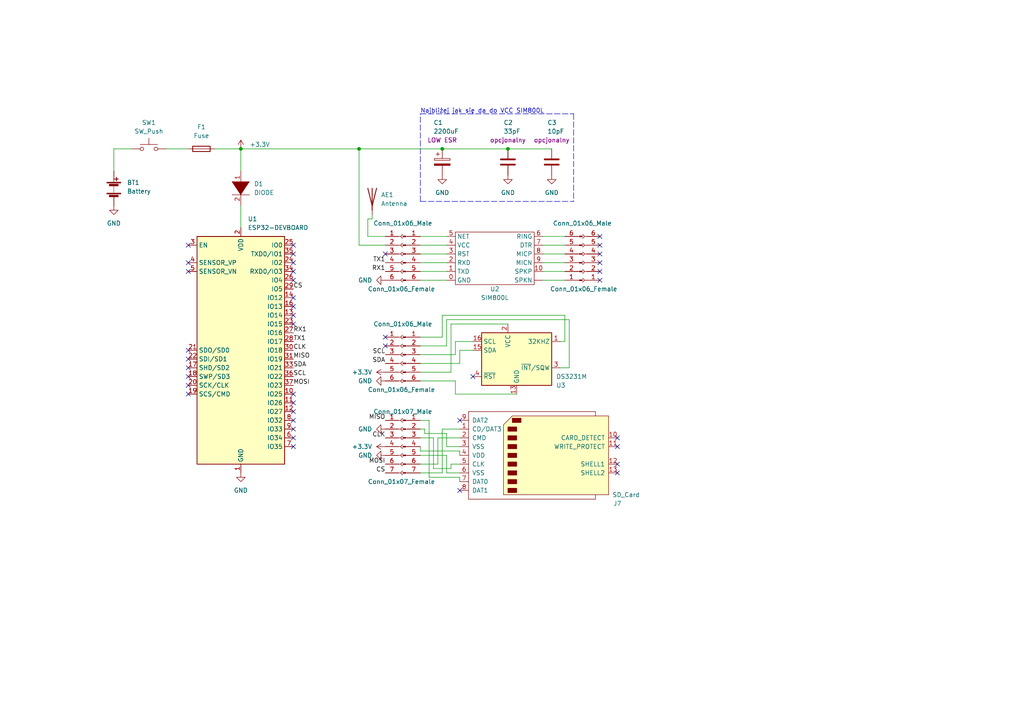
<source format=kicad_sch>
(kicad_sch (version 20211123) (generator eeschema)
  (paper "A4")
  (lib_symbols
    (symbol "Connector:Conn_01x06_Female" (pin_names (offset 1.016) hide)
      (property "Reference" "J" (at 0 7.62 0))
      (property "Value" "Conn_01x06_Female" (at 0 -10.16 0))
      (symbol "Conn_01x06_Female_1_1"
        (arc (start 0 -7.112) (mid -0.508 -7.62) (end 0 -8.128) (stroke (width 0.1524)))
        (arc (start 0 -4.572) (mid -0.508 -5.08) (end 0 -5.588) (stroke (width 0.1524)))
        (arc (start 0 -2.032) (mid -0.508 -2.54) (end 0 -3.048) (stroke (width 0.1524)))
        (polyline (pts (xy -1.27 -7.62) (xy -0.508 -7.62)) (stroke (width 0.1524)))
        (polyline (pts (xy -1.27 -5.08) (xy -0.508 -5.08)) (stroke (width 0.1524)))
        (polyline (pts (xy -1.27 -2.54) (xy -0.508 -2.54)) (stroke (width 0.1524)))
        (polyline (pts (xy -1.27 0) (xy -0.508 0)) (stroke (width 0.1524)))
        (polyline (pts (xy -1.27 2.54) (xy -0.508 2.54)) (stroke (width 0.1524)))
        (polyline (pts (xy -1.27 5.08) (xy -0.508 5.08)) (stroke (width 0.1524)))
        (arc (start 0 0.508) (mid -0.508 0) (end 0 -0.508) (stroke (width 0.1524)))
        (arc (start 0 3.048) (mid -0.508 2.54) (end 0 2.032) (stroke (width 0.1524)))
        (arc (start 0 5.588) (mid -0.508 5.08) (end 0 4.572) (stroke (width 0.1524)))
        (pin passive line (at -5.08 5.08 0) (length 3.81) (name "Pin_1") (number "1"))
        (pin passive line (at -5.08 2.54 0) (length 3.81) (name "Pin_2") (number "2"))
        (pin passive line (at -5.08 0 0) (length 3.81) (name "Pin_3") (number "3"))
        (pin passive line (at -5.08 -2.54 0) (length 3.81) (name "Pin_4") (number "4"))
        (pin passive line (at -5.08 -5.08 0) (length 3.81) (name "Pin_5") (number "5"))
        (pin passive line (at -5.08 -7.62 0) (length 3.81) (name "Pin_6") (number "6"))
      )
    )
    (symbol "Connector:Conn_01x06_Male" (pin_names (offset 1.016) hide)
      (property "Reference" "J" (at 0 7.62 0))
      (property "Value" "Conn_01x06_Male" (at 0 -10.16 0))
      (symbol "Conn_01x06_Male_1_1"
        (polyline (pts (xy 1.27 -7.62) (xy 0.8636 -7.62)) (stroke (width 0.1524)))
        (polyline (pts (xy 1.27 -5.08) (xy 0.8636 -5.08)) (stroke (width 0.1524)))
        (polyline (pts (xy 1.27 -2.54) (xy 0.8636 -2.54)) (stroke (width 0.1524)))
        (polyline (pts (xy 1.27 0) (xy 0.8636 0)) (stroke (width 0.1524)))
        (polyline (pts (xy 1.27 2.54) (xy 0.8636 2.54)) (stroke (width 0.1524)))
        (polyline (pts (xy 1.27 5.08) (xy 0.8636 5.08)) (stroke (width 0.1524)))
        (rectangle (start 0.8636 -7.493) (end 0 -7.747) (stroke (width 0.1524)) (fill (type outline)))
        (rectangle (start 0.8636 -4.953) (end 0 -5.207) (stroke (width 0.1524)) (fill (type outline)))
        (rectangle (start 0.8636 -2.413) (end 0 -2.667) (stroke (width 0.1524)) (fill (type outline)))
        (rectangle (start 0.8636 0.127) (end 0 -0.127) (stroke (width 0.1524)) (fill (type outline)))
        (rectangle (start 0.8636 2.667) (end 0 2.413) (stroke (width 0.1524)) (fill (type outline)))
        (rectangle (start 0.8636 5.207) (end 0 4.953) (stroke (width 0.1524)) (fill (type outline)))
        (pin passive line (at 5.08 5.08 180) (length 3.81) (name "Pin_1") (number "1"))
        (pin passive line (at 5.08 2.54 180) (length 3.81) (name "Pin_2") (number "2"))
        (pin passive line (at 5.08 0 180) (length 3.81) (name "Pin_3") (number "3"))
        (pin passive line (at 5.08 -2.54 180) (length 3.81) (name "Pin_4") (number "4"))
        (pin passive line (at 5.08 -5.08 180) (length 3.81) (name "Pin_5") (number "5"))
        (pin passive line (at 5.08 -7.62 180) (length 3.81) (name "Pin_6") (number "6"))
      )
    )
    (symbol "Connector:Conn_01x07_Female" (pin_names (offset 1.016) hide)
      (property "Reference" "J" (at 0 10.16 0))
      (property "Value" "Conn_01x07_Female" (at 0 -10.16 0))
      (symbol "Conn_01x07_Female_1_1"
        (arc (start 0 -7.112) (mid -0.508 -7.62) (end 0 -8.128) (stroke (width 0.1524)))
        (arc (start 0 -4.572) (mid -0.508 -5.08) (end 0 -5.588) (stroke (width 0.1524)))
        (arc (start 0 -2.032) (mid -0.508 -2.54) (end 0 -3.048) (stroke (width 0.1524)))
        (polyline (pts (xy -1.27 -7.62) (xy -0.508 -7.62)) (stroke (width 0.1524)))
        (polyline (pts (xy -1.27 -5.08) (xy -0.508 -5.08)) (stroke (width 0.1524)))
        (polyline (pts (xy -1.27 -2.54) (xy -0.508 -2.54)) (stroke (width 0.1524)))
        (polyline (pts (xy -1.27 0) (xy -0.508 0)) (stroke (width 0.1524)))
        (polyline (pts (xy -1.27 2.54) (xy -0.508 2.54)) (stroke (width 0.1524)))
        (polyline (pts (xy -1.27 5.08) (xy -0.508 5.08)) (stroke (width 0.1524)))
        (polyline (pts (xy -1.27 7.62) (xy -0.508 7.62)) (stroke (width 0.1524)))
        (arc (start 0 0.508) (mid -0.508 0) (end 0 -0.508) (stroke (width 0.1524)))
        (arc (start 0 3.048) (mid -0.508 2.54) (end 0 2.032) (stroke (width 0.1524)))
        (arc (start 0 5.588) (mid -0.508 5.08) (end 0 4.572) (stroke (width 0.1524)))
        (arc (start 0 8.128) (mid -0.508 7.62) (end 0 7.112) (stroke (width 0.1524)))
        (pin passive line (at -5.08 7.62 0) (length 3.81) (name "Pin_1") (number "1"))
        (pin passive line (at -5.08 5.08 0) (length 3.81) (name "Pin_2") (number "2"))
        (pin passive line (at -5.08 2.54 0) (length 3.81) (name "Pin_3") (number "3"))
        (pin passive line (at -5.08 0 0) (length 3.81) (name "Pin_4") (number "4"))
        (pin passive line (at -5.08 -2.54 0) (length 3.81) (name "Pin_5") (number "5"))
        (pin passive line (at -5.08 -5.08 0) (length 3.81) (name "Pin_6") (number "6"))
        (pin passive line (at -5.08 -7.62 0) (length 3.81) (name "Pin_7") (number "7"))
      )
    )
    (symbol "Connector:Conn_01x07_Male" (pin_names (offset 1.016) hide)
      (property "Reference" "J" (at 0 10.16 0))
      (property "Value" "Conn_01x07_Male" (at 0 -10.16 0))
      (symbol "Conn_01x07_Male_1_1"
        (polyline (pts (xy 1.27 -7.62) (xy 0.8636 -7.62)) (stroke (width 0.1524)))
        (polyline (pts (xy 1.27 -5.08) (xy 0.8636 -5.08)) (stroke (width 0.1524)))
        (polyline (pts (xy 1.27 -2.54) (xy 0.8636 -2.54)) (stroke (width 0.1524)))
        (polyline (pts (xy 1.27 0) (xy 0.8636 0)) (stroke (width 0.1524)))
        (polyline (pts (xy 1.27 2.54) (xy 0.8636 2.54)) (stroke (width 0.1524)))
        (polyline (pts (xy 1.27 5.08) (xy 0.8636 5.08)) (stroke (width 0.1524)))
        (polyline (pts (xy 1.27 7.62) (xy 0.8636 7.62)) (stroke (width 0.1524)))
        (rectangle (start 0.8636 -7.493) (end 0 -7.747) (stroke (width 0.1524)) (fill (type outline)))
        (rectangle (start 0.8636 -4.953) (end 0 -5.207) (stroke (width 0.1524)) (fill (type outline)))
        (rectangle (start 0.8636 -2.413) (end 0 -2.667) (stroke (width 0.1524)) (fill (type outline)))
        (rectangle (start 0.8636 0.127) (end 0 -0.127) (stroke (width 0.1524)) (fill (type outline)))
        (rectangle (start 0.8636 2.667) (end 0 2.413) (stroke (width 0.1524)) (fill (type outline)))
        (rectangle (start 0.8636 5.207) (end 0 4.953) (stroke (width 0.1524)) (fill (type outline)))
        (rectangle (start 0.8636 7.747) (end 0 7.493) (stroke (width 0.1524)) (fill (type outline)))
        (pin passive line (at 5.08 7.62 180) (length 3.81) (name "Pin_1") (number "1"))
        (pin passive line (at 5.08 5.08 180) (length 3.81) (name "Pin_2") (number "2"))
        (pin passive line (at 5.08 2.54 180) (length 3.81) (name "Pin_3") (number "3"))
        (pin passive line (at 5.08 0 180) (length 3.81) (name "Pin_4") (number "4"))
        (pin passive line (at 5.08 -2.54 180) (length 3.81) (name "Pin_5") (number "5"))
        (pin passive line (at 5.08 -5.08 180) (length 3.81) (name "Pin_6") (number "6"))
        (pin passive line (at 5.08 -7.62 180) (length 3.81) (name "Pin_7") (number "7"))
      )
    )
    (symbol "Connector:SD_Card" (pin_names (offset 1.016))
      (property "Reference" "J" (at -16.51 13.97 0))
      (property "Value" "SD_Card" (at 15.24 -13.97 0))
      (symbol "SD_Card_0_1"
        (rectangle (start -8.89 -9.525) (end -6.35 -10.795) (fill (type outline)))
        (rectangle (start -8.89 -6.985) (end -6.35 -8.255) (fill (type outline)))
        (rectangle (start -8.89 -4.445) (end -6.35 -5.715) (fill (type outline)))
        (rectangle (start -8.89 -1.905) (end -6.35 -3.175) (fill (type outline)))
        (rectangle (start -8.89 0.635) (end -6.35 -0.635) (fill (type outline)))
        (rectangle (start -8.89 3.175) (end -6.35 1.905) (fill (type outline)))
        (rectangle (start -8.89 5.715) (end -6.35 4.445) (fill (type outline)))
        (rectangle (start -8.89 8.255) (end -6.35 6.985) (fill (type outline)))
        (rectangle (start -7.62 10.795) (end -5.08 9.525) (fill (type outline)))
        (polyline (pts (xy -10.16 8.89) (xy -7.62 11.43) (xy 20.32 11.43) (xy 20.32 -11.43) (xy -10.16 -11.43) (xy -10.16 8.89)) (fill (type background)))
        (polyline (pts (xy 16.51 11.43) (xy 16.51 12.7) (xy -20.32 12.7) (xy -20.32 -12.7) (xy 16.51 -12.7) (xy 16.51 -11.43)))
      )
      (symbol "SD_Card_1_1"
        (pin input line (at -22.86 7.62 0) (length 2.54) (name "CD/DAT3") (number "1"))
        (pin input line (at 22.86 5.08 180) (length 2.54) (name "CARD_DETECT") (number "10"))
        (pin input line (at 22.86 2.54 180) (length 2.54) (name "WRITE_PROTECT") (number "11"))
        (pin input line (at 22.86 -2.54 180) (length 2.54) (name "SHELL1") (number "12"))
        (pin input line (at 22.86 -5.08 180) (length 2.54) (name "SHELL2") (number "13"))
        (pin input line (at -22.86 5.08 0) (length 2.54) (name "CMD") (number "2"))
        (pin power_in line (at -22.86 2.54 0) (length 2.54) (name "VSS") (number "3"))
        (pin power_in line (at -22.86 0 0) (length 2.54) (name "VDD") (number "4"))
        (pin input line (at -22.86 -2.54 0) (length 2.54) (name "CLK") (number "5"))
        (pin power_in line (at -22.86 -5.08 0) (length 2.54) (name "VSS") (number "6"))
        (pin input line (at -22.86 -7.62 0) (length 2.54) (name "DAT0") (number "7"))
        (pin input line (at -22.86 -10.16 0) (length 2.54) (name "DAT1") (number "8"))
        (pin input line (at -22.86 10.16 0) (length 2.54) (name "DAT2") (number "9"))
      )
    )
    (symbol "Device:Antenna" (pin_numbers hide) (pin_names (offset 1.016) hide)
      (property "Reference" "AE" (at -1.905 1.905 0))
      (property "Value" "Antenna" (at -1.905 0 0))
      (symbol "Antenna_0_1"
        (polyline (pts (xy 0 2.54) (xy 0 -3.81)) (stroke (width 0.254)))
        (polyline (pts (xy 1.27 2.54) (xy 0 -2.54) (xy -1.27 2.54)) (stroke (width 0.254)))
      )
      (symbol "Antenna_1_1"
        (pin input line (at 0 -5.08 90) (length 2.54) (name "A") (number "1"))
      )
    )
    (symbol "Device:Battery" (pin_numbers hide) (pin_names (offset 0) hide)
      (property "Reference" "BT" (at 2.54 2.54 0))
      (property "Value" "Battery" (at 2.54 0 0))
      (symbol "Battery_0_1"
        (rectangle (start -2.032 -1.397) (end 2.032 -1.651) (fill (type outline)))
        (rectangle (start -2.032 1.778) (end 2.032 1.524) (fill (type outline)))
        (rectangle (start -1.3208 -1.9812) (end 1.27 -2.4892) (fill (type outline)))
        (rectangle (start -1.3208 1.1938) (end 1.27 0.6858) (fill (type outline)))
        (polyline (pts (xy 0 -1.524) (xy 0 -1.27)))
        (polyline (pts (xy 0 -1.016) (xy 0 -0.762)))
        (polyline (pts (xy 0 -0.508) (xy 0 -0.254)))
        (polyline (pts (xy 0 0) (xy 0 0.254)))
        (polyline (pts (xy 0 0.508) (xy 0 0.762)))
        (polyline (pts (xy 0 1.778) (xy 0 2.54)))
        (polyline (pts (xy 0.254 2.667) (xy 1.27 2.667)) (stroke (width 0.254)))
        (polyline (pts (xy 0.762 3.175) (xy 0.762 2.159)) (stroke (width 0.254)))
      )
      (symbol "Battery_1_1"
        (pin passive line (at 0 5.08 270) (length 2.54) (name "+") (number "1"))
        (pin passive line (at 0 -5.08 90) (length 2.54) (name "-") (number "2"))
      )
    )
    (symbol "Device:C" (pin_numbers hide) (pin_names (offset 0.254))
      (property "Reference" "C" (at 0.635 2.54 0))
      (property "Value" "C" (at 0.635 -2.54 0))
      (symbol "C_0_1"
        (polyline (pts (xy -2.032 -0.762) (xy 2.032 -0.762)) (stroke (width 0.508)))
        (polyline (pts (xy -2.032 0.762) (xy 2.032 0.762)) (stroke (width 0.508)))
      )
      (symbol "C_1_1"
        (pin passive line (at 0 3.81 270) (length 2.794) (name "~") (number "1"))
        (pin passive line (at 0 -3.81 90) (length 2.794) (name "~") (number "2"))
      )
    )
    (symbol "Device:C_Polarized" (pin_numbers hide) (pin_names (offset 0.254))
      (property "Reference" "C" (at 0.635 2.54 0))
      (property "Value" "C_Polarized" (at 0.635 -2.54 0))
      (symbol "C_Polarized_0_1"
        (rectangle (start -2.286 0.508) (end 2.286 1.016))
        (polyline (pts (xy -1.778 2.286) (xy -0.762 2.286)))
        (polyline (pts (xy -1.27 2.794) (xy -1.27 1.778)))
        (rectangle (start 2.286 -0.508) (end -2.286 -1.016) (fill (type outline)))
      )
      (symbol "C_Polarized_1_1"
        (pin passive line (at 0 3.81 270) (length 2.794) (name "~") (number "1"))
        (pin passive line (at 0 -3.81 90) (length 2.794) (name "~") (number "2"))
      )
    )
    (symbol "Device:Fuse" (pin_numbers hide) (pin_names (offset 0))
      (property "Reference" "F" (at 2.032 0 90))
      (property "Value" "Fuse" (at -1.905 0 90))
      (symbol "Fuse_0_1"
        (rectangle (start -0.762 -2.54) (end 0.762 2.54) (stroke (width 0.254)))
        (polyline (pts (xy 0 2.54) (xy 0 -2.54)))
      )
      (symbol "Fuse_1_1"
        (pin passive line (at 0 3.81 270) (length 1.27) (name "~") (number "1"))
        (pin passive line (at 0 -3.81 90) (length 1.27) (name "~") (number "2"))
      )
    )
    (symbol "RF_Module:ESP32-WROOM-32"
      (property "Reference" "U" (at -12.7 34.29 0))
      (property "Value" "ESP32-WROOM-32" (at 1.27 34.29 0))
      (symbol "ESP32-WROOM-32_0_1"
        (rectangle (start -12.7 33.02) (end 12.7 -33.02) (stroke (width 0.254)) (fill (type background)))
      )
      (symbol "ESP32-WROOM-32_1_1"
        (pin power_in line (at 0 -35.56 90) (length 2.54) (name "GND") (number "1"))
        (pin bidirectional line (at 15.24 -12.7 180) (length 2.54) (name "IO25") (number "10"))
        (pin bidirectional line (at 15.24 -15.24 180) (length 2.54) (name "IO26") (number "11"))
        (pin bidirectional line (at 15.24 -17.78 180) (length 2.54) (name "IO27") (number "12"))
        (pin bidirectional line (at 15.24 10.16 180) (length 2.54) (name "IO14") (number "13"))
        (pin bidirectional line (at 15.24 15.24 180) (length 2.54) (name "IO12") (number "14"))
        (pin passive line (at 0 -35.56 90) (length 2.54) hide (name "GND") (number "15"))
        (pin bidirectional line (at 15.24 12.7 180) (length 2.54) (name "IO13") (number "16"))
        (pin bidirectional line (at -15.24 -5.08 0) (length 2.54) (name "SHD/SD2") (number "17"))
        (pin bidirectional line (at -15.24 -7.62 0) (length 2.54) (name "SWP/SD3") (number "18"))
        (pin bidirectional line (at -15.24 -12.7 0) (length 2.54) (name "SCS/CMD") (number "19"))
        (pin power_in line (at 0 35.56 270) (length 2.54) (name "VDD") (number "2"))
        (pin bidirectional line (at -15.24 -10.16 0) (length 2.54) (name "SCK/CLK") (number "20"))
        (pin bidirectional line (at -15.24 0 0) (length 2.54) (name "SDO/SD0") (number "21"))
        (pin bidirectional line (at -15.24 -2.54 0) (length 2.54) (name "SDI/SD1") (number "22"))
        (pin bidirectional line (at 15.24 7.62 180) (length 2.54) (name "IO15") (number "23"))
        (pin bidirectional line (at 15.24 25.4 180) (length 2.54) (name "IO2") (number "24"))
        (pin bidirectional line (at 15.24 30.48 180) (length 2.54) (name "IO0") (number "25"))
        (pin bidirectional line (at 15.24 20.32 180) (length 2.54) (name "IO4") (number "26"))
        (pin bidirectional line (at 15.24 5.08 180) (length 2.54) (name "IO16") (number "27"))
        (pin bidirectional line (at 15.24 2.54 180) (length 2.54) (name "IO17") (number "28"))
        (pin bidirectional line (at 15.24 17.78 180) (length 2.54) (name "IO5") (number "29"))
        (pin input line (at -15.24 30.48 0) (length 2.54) (name "EN") (number "3"))
        (pin bidirectional line (at 15.24 0 180) (length 2.54) (name "IO18") (number "30"))
        (pin bidirectional line (at 15.24 -2.54 180) (length 2.54) (name "IO19") (number "31"))
        (pin no_connect line (at -12.7 -27.94 0) (length 2.54) hide (name "NC") (number "32"))
        (pin bidirectional line (at 15.24 -5.08 180) (length 2.54) (name "IO21") (number "33"))
        (pin bidirectional line (at 15.24 22.86 180) (length 2.54) (name "RXD0/IO3") (number "34"))
        (pin bidirectional line (at 15.24 27.94 180) (length 2.54) (name "TXD0/IO1") (number "35"))
        (pin bidirectional line (at 15.24 -7.62 180) (length 2.54) (name "IO22") (number "36"))
        (pin bidirectional line (at 15.24 -10.16 180) (length 2.54) (name "IO23") (number "37"))
        (pin passive line (at 0 -35.56 90) (length 2.54) hide (name "GND") (number "38"))
        (pin passive line (at 0 -35.56 90) (length 2.54) hide (name "GND") (number "39"))
        (pin input line (at -15.24 25.4 0) (length 2.54) (name "SENSOR_VP") (number "4"))
        (pin input line (at -15.24 22.86 0) (length 2.54) (name "SENSOR_VN") (number "5"))
        (pin input line (at 15.24 -25.4 180) (length 2.54) (name "IO34") (number "6"))
        (pin input line (at 15.24 -27.94 180) (length 2.54) (name "IO35") (number "7"))
        (pin bidirectional line (at 15.24 -20.32 180) (length 2.54) (name "IO32") (number "8"))
        (pin bidirectional line (at 15.24 -22.86 180) (length 2.54) (name "IO33") (number "9"))
      )
    )
    (symbol "Switch:SW_Push" (pin_numbers hide) (pin_names (offset 1.016) hide)
      (property "Reference" "SW" (at 1.27 2.54 0))
      (property "Value" "SW_Push" (at 0 -1.524 0))
      (symbol "SW_Push_0_1"
        (circle (center -2.032 0) (radius 0.508))
        (polyline (pts (xy 0 1.27) (xy 0 3.048)))
        (polyline (pts (xy 2.54 1.27) (xy -2.54 1.27)))
        (circle (center 2.032 0) (radius 0.508))
        (pin passive line (at -5.08 0 0) (length 2.54) (name "1") (number "1"))
        (pin passive line (at 5.08 0 180) (length 2.54) (name "2") (number "2"))
      )
    )
    (symbol "Timer_RTC:DS3231M"
      (property "Reference" "U?" (at 2.0194 -10.16 0))
      (property "Value" "DS3231M" (at 2.0194 -12.7 0))
      (symbol "DS3231M_0_1"
        (rectangle (start -10.16 7.62) (end 10.16 -7.62) (stroke (width 0.254)) (fill (type background)))
      )
      (symbol "DS3231M_1_1"
        (pin open_collector line (at 12.7 5.08 180) (length 2.54) (name "32KHZ") (number "1"))
        (pin passive line (at 0 -10.16 90) (length 2.54) hide (name "GND") (number "10"))
        (pin passive line (at 0 -10.16 90) (length 2.54) hide (name "GND") (number "11"))
        (pin passive line (at 0 -10.16 90) (length 2.54) hide (name "GND") (number "12"))
        (pin power_in line (at 0 -10.16 90) (length 2.54) (name "GND") (number "13"))
        (pin bidirectional line (at -12.7 2.54 0) (length 2.54) (name "SDA") (number "15"))
        (pin input line (at -12.7 5.08 0) (length 2.54) (name "SCL") (number "16"))
        (pin power_in line (at -2.54 10.16 270) (length 2.54) (name "VCC") (number "2"))
        (pin open_collector line (at 12.7 -2.54 180) (length 2.54) (name "~{INT}/SQW") (number "3"))
        (pin bidirectional line (at -12.7 -5.08 0) (length 2.54) (name "~{RST}") (number "4"))
        (pin passive line (at 0 -10.16 90) (length 2.54) hide (name "GND") (number "5"))
        (pin passive line (at 0 -10.16 90) (length 2.54) hide (name "GND") (number "6"))
        (pin passive line (at 0 -10.16 90) (length 2.54) hide (name "GND") (number "7"))
        (pin passive line (at 0 -10.16 90) (length 2.54) hide (name "GND") (number "8"))
        (pin passive line (at 0 -10.16 90) (length 2.54) hide (name "GND") (number "9"))
      )
    )
    (symbol "power:+3.3V" (power) (pin_names (offset 0))
      (property "Value" "+3.3V" (at 0 3.556 0))
      (symbol "+3.3V_0_1"
        (polyline (pts (xy -0.762 1.27) (xy 0 2.54)))
        (polyline (pts (xy 0 0) (xy 0 2.54)))
        (polyline (pts (xy 0 2.54) (xy 0.762 1.27)))
      )
      (symbol "+3.3V_1_1"
        (pin power_in line (at 0 0 90) (length 0) hide (name "+3.3V") (number "1"))
      )
    )
    (symbol "power:GND" (power) (pin_names (offset 0))
      (property "Value" "GND" (at 0 -3.81 0))
      (symbol "GND_0_1"
        (polyline (pts (xy 0 0) (xy 0 -1.27) (xy 1.27 -1.27) (xy 0 -2.54) (xy -1.27 -1.27) (xy 0 -1.27)))
      )
      (symbol "GND_1_1"
        (pin power_in line (at 0 0 270) (length 0) hide (name "GND") (number "1"))
      )
    )
    (symbol "pspice:DIODE" (pin_names (offset 1.016) hide)
      (property "Reference" "D" (at 0 3.81 0))
      (property "Value" "DIODE" (at 0 -4.445 0))
      (symbol "DIODE_0_1"
        (polyline (pts (xy 1.905 2.54) (xy 1.905 -2.54)))
        (polyline (pts (xy -1.905 2.54) (xy -1.905 -2.54) (xy 1.905 0)) (fill (type outline)))
      )
      (symbol "DIODE_1_1"
        (pin input line (at -5.08 0 0) (length 3.81) (name "K") (number "1"))
        (pin input line (at 5.08 0 180) (length 3.81) (name "A") (number "2"))
      )
    )
    (symbol "wlasna_biblioteka1:SIM800L"
      (property "Reference" "U" (at -5.715 -5.715 0))
      (property "Value" "SIM800L" (at -2.54 -3.81 0))
      (symbol "SIM800L_0_1"
        (rectangle (start -12.7 -6.985) (end 10.16 -22.225))
      )
      (symbol "SIM800L_1_1"
        (pin output line (at 12.7 -20.955 180) (length 2.54) (name "SPKN") (number ""))
        (pin power_out line (at -15.24 -20.955 0) (length 2.54) (name "GND") (number "0"))
        (pin output line (at -15.24 -18.415 0) (length 2.54) (name "TXD") (number "1"))
        (pin output line (at 12.7 -18.415 180) (length 2.54) (name "SPKP") (number "10"))
        (pin input line (at -15.24 -15.875 0) (length 2.54) (name "RXD") (number "2"))
        (pin input line (at -15.24 -13.335 0) (length 2.54) (name "RST") (number "3"))
        (pin power_in line (at -15.24 -10.795 0) (length 2.54) (name "VCC") (number "4"))
        (pin output line (at -15.24 -8.255 0) (length 2.54) (name "NET") (number "5"))
        (pin bidirectional line (at 12.7 -8.255 180) (length 2.54) (name "RING") (number "6"))
        (pin bidirectional line (at 12.7 -10.795 180) (length 2.54) (name "DTR") (number "7"))
        (pin input line (at 12.7 -13.335 180) (length 2.54) (name "MICP") (number "8"))
        (pin input line (at 12.7 -15.875 180) (length 2.54) (name "MICN") (number "9"))
      )
    )
  )
  (junction (at 128.27 43.18))
  (junction (at 147.32 43.18))
  (junction (at 104.14 43.18))
  (junction (at 69.85 43.18))
  (no_connect (at 85.09 71.12))
  (no_connect (at 54.61 104.14))
  (no_connect (at 133.35 142.24))
  (no_connect (at 173.99 76.2))
  (no_connect (at 54.61 78.74))
  (no_connect (at 85.09 76.2))
  (no_connect (at 137.16 109.22))
  (no_connect (at 133.35 121.92))
  (no_connect (at 179.07 134.62))
  (no_connect (at 85.09 81.28))
  (no_connect (at 85.09 127))
  (no_connect (at 54.61 114.3))
  (no_connect (at 179.07 127))
  (no_connect (at 111.76 73.66))
  (no_connect (at 85.09 116.84))
  (no_connect (at 54.61 76.2))
  (no_connect (at 85.09 91.44))
  (no_connect (at 179.07 129.54))
  (no_connect (at 173.99 71.12))
  (no_connect (at 173.99 73.66))
  (no_connect (at 85.09 78.74))
  (no_connect (at 85.09 114.3))
  (no_connect (at 85.09 88.9))
  (no_connect (at 111.76 97.79))
  (no_connect (at 85.09 121.92))
  (no_connect (at 173.99 78.74))
  (no_connect (at 85.09 73.66))
  (no_connect (at 54.61 109.22))
  (no_connect (at 54.61 71.12))
  (no_connect (at 173.99 68.58))
  (no_connect (at 111.76 100.33))
  (no_connect (at 173.99 81.28))
  (no_connect (at 85.09 86.36))
  (no_connect (at 54.61 101.6))
  (no_connect (at 54.61 106.68))
  (no_connect (at 85.09 129.54))
  (no_connect (at 54.61 111.76))
  (no_connect (at 85.09 124.46))
  (no_connect (at 85.09 119.38))
  (no_connect (at 179.07 137.16))
  (no_connect (at 85.09 93.98))
  (wire (pts (xy 104.14 71.12) (xy 111.76 71.12)))
  (wire (pts (xy 129.54 73.66) (xy 121.92 73.66)))
  (wire (pts (xy 104.14 43.18) (xy 128.27 43.18)))
  (wire (pts (xy 121.92 132.08) (xy 129.54 132.08)))
  (wire (pts (xy 33.02 49.53) (xy 33.02 43.18)))
  (wire (pts (xy 107.95 63.5) (xy 107.95 62.23)))
  (wire (pts (xy 128.27 43.18) (xy 147.32 43.18)))
  (wire (pts (xy 123.19 124.46) (xy 123.19 125.73)))
  (wire (pts (xy 129.54 137.16) (xy 133.35 137.16)))
  (wire (pts (xy 130.81 134.62) (xy 130.81 135.89)))
  (wire (pts (xy 129.54 78.74) (xy 121.92 78.74)))
  (wire (pts (xy 127 127) (xy 127 134.62)))
  (wire (pts (xy 121.92 100.33) (xy 129.54 100.33)))
  (wire (pts (xy 163.83 71.12) (xy 157.48 71.12)))
  (wire (pts (xy 124.46 121.92) (xy 124.46 138.43)))
  (wire (pts (xy 123.19 125.73) (xy 129.54 125.73)))
  (wire (pts (xy 121.92 110.49) (xy 132.08 110.49)))
  (polyline (pts (xy 121.92 33.02) (xy 166.37 33.02)))
  (wire (pts (xy 163.83 73.66) (xy 157.48 73.66)))
  (wire (pts (xy 133.35 138.43) (xy 133.35 139.7)))
  (wire (pts (xy 48.26 43.18) (xy 54.61 43.18)))
  (wire (pts (xy 132.08 110.49) (xy 132.08 114.3)))
  (wire (pts (xy 69.85 49.53) (xy 69.85 43.18)))
  (wire (pts (xy 133.35 134.62) (xy 130.81 134.62)))
  (wire (pts (xy 121.92 124.46) (xy 123.19 124.46)))
  (wire (pts (xy 130.81 93.98) (xy 147.32 93.98)))
  (polyline (pts (xy 121.92 58.42) (xy 166.37 58.42)))
  (wire (pts (xy 163.83 99.06) (xy 162.56 99.06)))
  (wire (pts (xy 130.81 135.89) (xy 125.73 135.89)))
  (wire (pts (xy 69.85 43.18) (xy 104.14 43.18)))
  (wire (pts (xy 121.92 102.87) (xy 132.08 102.87)))
  (wire (pts (xy 128.27 91.44) (xy 163.83 91.44)))
  (wire (pts (xy 121.92 107.95) (xy 130.81 107.95)))
  (wire (pts (xy 133.35 129.54) (xy 129.54 129.54)))
  (wire (pts (xy 106.68 63.5) (xy 107.95 63.5)))
  (wire (pts (xy 128.27 124.46) (xy 128.27 137.16)))
  (wire (pts (xy 133.35 127) (xy 127 127)))
  (wire (pts (xy 163.83 76.2) (xy 157.48 76.2)))
  (wire (pts (xy 133.35 130.81) (xy 121.92 130.81)))
  (wire (pts (xy 33.02 43.18) (xy 38.1 43.18)))
  (wire (pts (xy 129.54 92.71) (xy 165.1 92.71)))
  (wire (pts (xy 133.35 124.46) (xy 128.27 124.46)))
  (wire (pts (xy 130.81 107.95) (xy 130.81 93.98)))
  (polyline (pts (xy 121.92 58.42) (xy 121.92 33.02)))
  (wire (pts (xy 132.08 99.06) (xy 137.16 99.06)))
  (wire (pts (xy 163.83 68.58) (xy 157.48 68.58)))
  (wire (pts (xy 124.46 138.43) (xy 133.35 138.43)))
  (wire (pts (xy 133.35 101.6) (xy 137.16 101.6)))
  (wire (pts (xy 132.08 114.3) (xy 149.86 114.3)))
  (wire (pts (xy 133.35 132.08) (xy 133.35 130.81)))
  (wire (pts (xy 121.92 71.12) (xy 129.54 71.12)))
  (wire (pts (xy 127 134.62) (xy 121.92 134.62)))
  (wire (pts (xy 121.92 121.92) (xy 124.46 121.92)))
  (wire (pts (xy 129.54 137.16) (xy 129.54 132.08)))
  (wire (pts (xy 111.76 68.58) (xy 106.68 68.58)))
  (wire (pts (xy 125.73 135.89) (xy 125.73 127)))
  (wire (pts (xy 133.35 105.41) (xy 133.35 101.6)))
  (wire (pts (xy 69.85 59.69) (xy 69.85 66.04)))
  (wire (pts (xy 62.23 43.18) (xy 69.85 43.18)))
  (wire (pts (xy 129.54 68.58) (xy 121.92 68.58)))
  (wire (pts (xy 104.14 43.18) (xy 104.14 71.12)))
  (wire (pts (xy 125.73 127) (xy 121.92 127)))
  (wire (pts (xy 165.1 92.71) (xy 165.1 106.68)))
  (wire (pts (xy 163.83 78.74) (xy 157.48 78.74)))
  (wire (pts (xy 129.54 81.28) (xy 121.92 81.28)))
  (wire (pts (xy 129.54 76.2) (xy 121.92 76.2)))
  (wire (pts (xy 165.1 106.68) (xy 162.56 106.68)))
  (wire (pts (xy 129.54 129.54) (xy 129.54 125.73)))
  (wire (pts (xy 106.68 68.58) (xy 106.68 63.5)))
  (wire (pts (xy 147.32 43.18) (xy 160.02 43.18)))
  (wire (pts (xy 128.27 97.79) (xy 128.27 91.44)))
  (wire (pts (xy 121.92 97.79) (xy 128.27 97.79)))
  (wire (pts (xy 128.27 137.16) (xy 121.92 137.16)))
  (wire (pts (xy 121.92 105.41) (xy 133.35 105.41)))
  (polyline (pts (xy 166.37 33.02) (xy 166.37 58.42)))
  (wire (pts (xy 121.92 130.81) (xy 121.92 129.54)))
  (wire (pts (xy 163.83 81.28) (xy 157.48 81.28)))
  (wire (pts (xy 163.83 91.44) (xy 163.83 99.06)))
  (wire (pts (xy 132.08 102.87) (xy 132.08 99.06)))
  (wire (pts (xy 129.54 100.33) (xy 129.54 92.71)))
  (text "Najbliżej jak się da do VCC SIM800L" (at 121.92 33.02 0) (effects (font (size 1.27 1.27)) (justify left bottom)))
  (label "TX1" (at 111.76 76.2 180))
  (label "MOSI" (at 111.76 134.62 180))
  (label "CS" (at 111.76 137.16 180))
  (label "RX1" (at 85.09 96.52 0))
  (label "SDA" (at 111.76 105.41 180))
  (label "CS" (at 85.09 83.82 0))
  (label "TX1" (at 85.09 99.06 0))
  (label "MISO" (at 111.76 121.92 180))
  (label "SCL" (at 111.76 102.87 180))
  (label "CLK" (at 85.09 101.6 0))
  (label "SCL" (at 85.09 109.22 0))
  (label "SDA" (at 85.09 106.68 0))
  (label "MISO" (at 85.09 104.14 0))
  (label "RX1" (at 111.76 78.74 180))
  (label "MOSI" (at 85.09 111.76 0))
  (label "CLK" (at 111.76 127 180))
  (symbol (lib_id "Connector:Conn_01x07_Male") (at 116.84 129.54 0) (unit 1)
    (property "Reference" "J5" (effects hide))
    (property "Value" "Conn_01x07_Male" (at 116.84 119.38 0))
  )
  (symbol (lib_id "Device:C") (at 147.32 46.99 0) (unit 1)
    (property "Reference" "C2" (at 146.05 35.56 0) (effects (justify left)))
    (property "Value" "33pF" (at 146.05 38.1 0) (effects (justify left)))
    (property "Opis" "opcjonalny" (at 147.32 40.64 0))
  )
  (symbol (lib_id "power:GND") (at 69.85 137.16 0) (unit 1)
    (property "Reference" "#PWR0109" (effects hide))
    (property "Value" "GND" (at 69.85 142.24 0))
  )
  (symbol (lib_id "Connector:Conn_01x06_Female") (at 168.91 76.2 180) (unit 1)
    (property "Reference" "J8" (effects hide))
    (property "Value" "Conn_01x06_Female" (at 179.07 83.82 0) (effects (justify left)))
  )
  (symbol (lib_id "Switch:SW_Push") (at 43.18 43.18 0) (unit 1)
    (property "Reference" "SW1" (at 43.18 35.56 0))
    (property "Value" "SW_Push" (at 43.18 38.1 0))
  )
  (symbol (lib_id "power:GND") (at 160.02 50.8 0) (unit 1)
    (property "Reference" "#PWR0101" (effects hide))
    (property "Value" "GND" (at 160.02 55.88 0))
  )
  (symbol (lib_id "Device:C_Polarized") (at 128.27 46.99 0) (unit 1)
    (property "Reference" "C1" (at 125.73 35.56 0) (effects (justify left)))
    (property "Value" "2200uF" (at 125.73 38.1 0) (effects (justify left)))
    (property "opis" "LOW ESR" (at 128.27 40.64 0))
  )
  (symbol (lib_id "power:GND") (at 33.02 59.69 0) (unit 1)
    (property "Reference" "#PWR0108" (effects hide))
    (property "Value" "GND" (at 33.02 64.77 0))
  )
  (symbol (lib_id "Timer_RTC:DS3231M") (at 149.86 104.14 0) (unit 1)
    (property "Reference" "U3" (at 161.29 111.76 0) (effects (justify left)))
    (property "Value" "DS3231M" (at 161.29 109.22 0) (effects (justify left)))
    (property "Footprint" "Package_SO:SOIC-16W_7.5x10.3mm_P1.27mm" (effects hide))
    (property "Datasheet" "http://datasheets.maximintegrated.com/en/ds/DS3231.pdf" (effects hide))
  )
  (symbol (lib_id "Device:Battery") (at 33.02 54.61 0) (unit 1)
    (property "Reference" "BT1" (at 36.83 52.9589 0) (effects (justify left)))
    (property "Value" "Battery" (at 36.83 55.4989 0) (effects (justify left)))
  )
  (symbol (lib_id "Device:C") (at 160.02 46.99 0) (unit 1)
    (property "Reference" "C3" (at 158.75 35.56 0) (effects (justify left)))
    (property "Value" "10pF" (at 158.75 38.1 0) (effects (justify left)))
    (property "opis" "opcjonalny" (at 160.02 40.64 0))
  )
  (symbol (lib_id "Connector:Conn_01x06_Female") (at 116.84 73.66 0) (unit 1)
    (property "Reference" "J1" (effects hide))
    (property "Value" "Conn_01x06_Female" (at 106.68 83.82 0) (effects (justify left)))
  )
  (symbol (lib_id "power:GND") (at 128.27 50.8 0) (unit 1)
    (property "Reference" "#PWR0111" (effects hide))
    (property "Value" "GND" (at 128.27 55.88 0))
  )
  (symbol (lib_id "power:+3.3V") (at 69.85 43.18 0) (unit 1)
    (property "Reference" "#PWR0112" (effects hide))
    (property "Value" "+3.3V" (at 72.39 41.9099 0) (effects (justify left)))
  )
  (symbol (lib_id "power:GND") (at 111.76 124.46 270) (unit 1)
    (property "Reference" "#PWR0105" (effects hide))
    (property "Value" "GND" (at 107.95 124.4599 90) (effects (justify right)))
  )
  (symbol (lib_id "power:GND") (at 111.76 110.49 270) (unit 1)
    (property "Reference" "#PWR0107" (effects hide))
    (property "Value" "GND" (at 107.95 110.4899 90) (effects (justify right)))
  )
  (symbol (lib_id "Connector:Conn_01x06_Female") (at 116.84 102.87 0) (unit 1)
    (property "Reference" "J3" (effects hide))
    (property "Value" "Conn_01x06_Female" (at 106.68 113.03 0) (effects (justify left)))
  )
  (symbol (lib_id "Connector:Conn_01x07_Female") (at 116.84 129.54 0) (unit 1)
    (property "Reference" "J6" (effects hide))
    (property "Value" "Conn_01x07_Female" (at 106.68 139.7 0) (effects (justify left)))
  )
  (symbol (lib_id "Connector:SD_Card") (at 156.21 132.08 0) (unit 1)
    (property "Reference" "J7" (at 179.07 146.05 0))
    (property "Value" "SD_Card" (at 181.61 143.51 0))
    (property "Datasheet" "http://portal.fciconnect.com/Comergent//fci/drawing/10067847.pdf" (effects hide))
  )
  (symbol (lib_id "power:+3.3V") (at 111.76 107.95 90) (unit 1)
    (property "Reference" "#PWR0106" (effects hide))
    (property "Value" "+3.3V" (at 107.95 107.9499 90) (effects (justify left)))
  )
  (symbol (lib_id "power:GND") (at 111.76 81.28 270) (unit 1)
    (property "Reference" "#PWR0110" (effects hide))
    (property "Value" "GND" (at 107.95 81.2799 90) (effects (justify right)))
  )
  (symbol (lib_id "Connector:Conn_01x06_Male") (at 116.84 102.87 0) (unit 1)
    (property "Reference" "J4" (effects hide))
    (property "Value" "Conn_01x06_Male" (at 116.84 93.98 0))
  )
  (symbol (lib_id "power:GND") (at 111.76 132.08 270) (unit 1)
    (property "Reference" "#PWR0103" (effects hide))
    (property "Value" "GND" (at 107.95 132.0799 90) (effects (justify right)))
  )
  (symbol (lib_id "power:+3.3V") (at 111.76 129.54 90) (unit 1)
    (property "Reference" "#PWR0104" (effects hide))
    (property "Value" "+3.3V" (at 107.95 129.5399 90) (effects (justify left)))
  )
  (symbol (lib_id "RF_Module:ESP32-WROOM-32") (at 69.85 101.6 0) (unit 1)
    (property "Reference" "U1" (at 71.8694 63.5 0) (effects (justify left)))
    (property "Value" "ESP32-DEVBOARD" (at 71.8694 66.04 0) (effects (justify left)))
    (property "Footprint" "RF_Module:ESP32-WROOM-32" (effects hide))
    (property "Datasheet" "https://www.espressif.com/sites/default/files/documentation/esp32-wroom-32_datasheet_en.pdf" (effects hide))
  )
  (symbol (lib_id "Connector:Conn_01x06_Male") (at 168.91 76.2 180) (unit 1)
    (property "Reference" "J9" (effects hide))
    (property "Value" "Conn_01x06_Male" (at 168.91 64.77 0))
  )
  (symbol (lib_id "Device:Antenna") (at 107.95 57.15 0) (unit 1)
    (property "Reference" "AE1" (at 110.49 56.5149 0) (effects (justify left)))
    (property "Value" "Antenna" (at 110.49 59.0549 0) (effects (justify left)))
  )
  (symbol (lib_id "pspice:DIODE") (at 69.85 54.61 270) (unit 1)
    (property "Reference" "D1" (at 73.66 53.3399 90) (effects (justify left)))
    (property "Value" "DIODE" (at 73.66 55.8799 90) (effects (justify left)))
  )
  (symbol (lib_id "Connector:Conn_01x06_Male") (at 116.84 73.66 0) (unit 1)
    (property "Reference" "J2" (effects hide))
    (property "Value" "Conn_01x06_Male" (at 116.84 64.77 0))
  )
  (symbol (lib_id "wlasna_biblioteka1:SIM800L") (at 144.78 60.325 0) (unit 1)
    (property "Reference" "U2" (at 143.51 83.82 0))
    (property "Value" "SIM800L" (at 143.51 86.36 0))
  )
  (symbol (lib_id "power:GND") (at 147.32 50.8 0) (unit 1)
    (property "Reference" "#PWR0102" (effects hide))
    (property "Value" "GND" (at 147.32 55.88 0))
  )
  (symbol (lib_id "Device:Fuse") (at 58.42 43.18 90) (unit 1)
    (property "Reference" "F1" (at 58.42 36.83 90))
    (property "Value" "Fuse" (at 58.42 39.37 90))
  )
)
</source>
